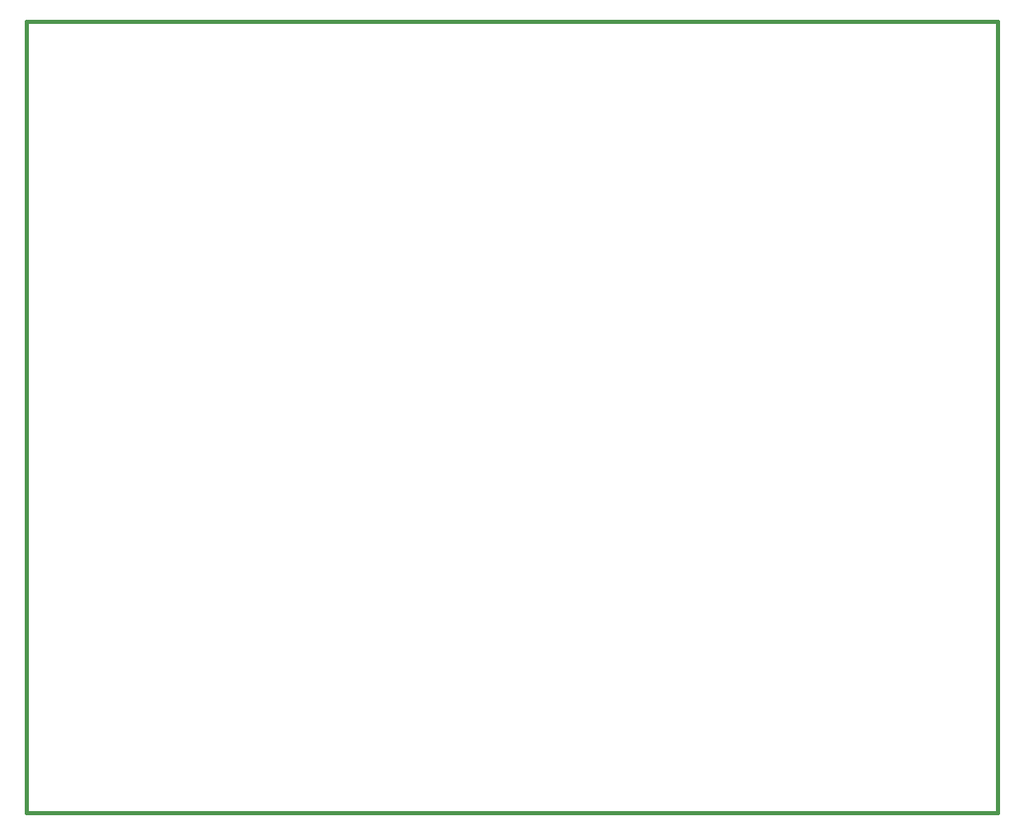
<source format=gbo>
G75*
%MOIN*%
%OFA0B0*%
%FSLAX25Y25*%
%IPPOS*%
%LPD*%
%AMOC8*
5,1,8,0,0,1.08239X$1,22.5*
%
%ADD10C,0.01600*%
D10*
X0030744Y0008834D02*
X0030744Y0328834D01*
X0423244Y0328834D01*
X0423244Y0008834D01*
X0030744Y0008834D01*
M02*

</source>
